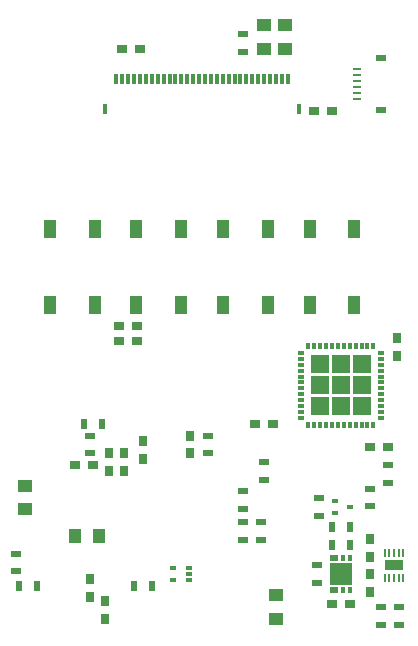
<source format=gtp>
%FSLAX46Y46*%
%MOMM*%
%AMPS40*
4,1,4,
0.975000,-0.975000,
2.525000,-0.975000,
2.525000,-2.525000,
0.975000,-2.525000,
0.975000,-0.975000,
0
*
4,1,4,
-2.525000,2.525000,
-0.975000,2.525000,
-0.975000,0.975000,
-2.525000,0.975000,
-2.525000,2.525000,
0
*
4,1,4,
-2.525000,-0.975000,
-0.975000,-0.975000,
-0.975000,-2.525000,
-2.525000,-2.525000,
-2.525000,-0.975000,
0
*
4,1,4,
-0.775000,2.525000,
0.775000,2.525000,
0.775000,0.975000,
-0.775000,0.975000,
-0.775000,2.525000,
0
*
21,1,1.550000,1.550000,0.000000,0.000000,270.000000*
4,1,4,
0.975000,2.525000,
2.525000,2.525000,
2.525000,0.975000,
0.975000,0.975000,
0.975000,2.525000,
0
*
4,1,4,
-0.775000,-0.975000,
0.775000,-0.975000,
0.775000,-2.525000,
-0.775000,-2.525000,
-0.775000,-0.975000,
0
*
4,1,4,
-2.525000,0.775000,
-0.975000,0.775000,
-0.975000,-0.775000,
-2.525000,-0.775000,
-2.525000,0.775000,
0
*
4,1,4,
0.975000,0.775000,
2.525000,0.775000,
2.525000,-0.775000,
0.975000,-0.775000,
0.975000,0.775000,
0
*
%
%ADD40PS40*%
%AMPS26*
21,1,0.300000,0.800000,0.000000,0.000000,0.000000*
%
%ADD26PS26*%
%AMPS14*
21,1,1.000000,1.600000,0.000000,0.000000,0.000000*
%
%ADD14PS14*%
%AMPS13*
21,1,1.000000,1.600000,0.000000,0.000000,180.000000*
%
%ADD13PS13*%
%AMPS24*
21,1,0.510000,0.400000,0.000000,0.000000,0.000000*
%
%ADD24PS24*%
%AMPS30*
21,1,0.900000,0.550000,0.000000,0.000000,180.000000*
%
%ADD30PS30*%
%AMPS16*
21,1,0.230000,0.700000,0.000000,0.000000,0.000000*
%
%ADD16PS16*%
%AMPS15*
21,1,0.230000,0.700000,0.000000,0.000000,180.000000*
%
%ADD15PS15*%
%AMPS11*
21,1,0.300000,0.450000,0.000000,0.000000,90.000000*
%
%ADD11PS11*%
%AMPS10*
21,1,0.300000,0.450000,0.000000,0.000000,270.000000*
%
%ADD10PS10*%
%AMPS17*
21,1,0.900000,1.500000,0.000000,0.000000,90.000000*
%
%ADD17PS17*%
%AMPS27*
21,1,0.400000,0.800000,0.000000,0.000000,0.000000*
%
%ADD27PS27*%
%AMPS32*
21,1,1.000000,1.250000,0.000000,0.000000,0.000000*
%
%ADD32PS32*%
%AMPS28*
21,1,1.000000,1.250000,0.000000,0.000000,90.000000*
%
%ADD28PS28*%
%AMPS29*
21,1,1.000000,1.250000,0.000000,0.000000,270.000000*
%
%ADD29PS29*%
%AMPS33*
21,1,0.500000,0.400000,0.000000,0.000000,90.000000*
%
%ADD33PS33*%
%AMPS34*
21,1,0.500000,0.750000,0.000000,0.000000,90.000000*
%
%ADD34PS34*%
%AMPS19*
21,1,0.800000,0.750000,0.000000,0.000000,0.000000*
%
%ADD19PS19*%
%AMPS18*
21,1,0.800000,0.750000,0.000000,0.000000,90.000000*
%
%ADD18PS18*%
%AMPS21*
21,1,0.800000,0.750000,0.000000,0.000000,180.000000*
%
%ADD21PS21*%
%AMPS25*
21,1,0.800000,0.750000,0.000000,0.000000,270.000000*
%
%ADD25PS25*%
%AMPS31*
21,1,0.250000,0.650000,0.000000,0.000000,270.000000*
%
%ADD31PS31*%
%AMPS37*
21,1,0.300000,0.550000,0.000000,0.000000,0.000000*
%
%ADD37PS37*%
%AMPS36*
21,1,0.300000,0.550000,0.000000,0.000000,90.000000*
%
%ADD36PS36*%
%AMPS39*
21,1,0.300000,0.550000,0.000000,0.000000,180.000000*
%
%ADD39PS39*%
%AMPS38*
21,1,0.300000,0.550000,0.000000,0.000000,270.000000*
%
%ADD38PS38*%
%AMPS35*
21,1,1.800000,1.800000,0.000000,0.000000,90.000000*
%
%ADD35PS35*%
%AMPS23*
21,1,0.500000,0.900000,0.000000,0.000000,0.000000*
%
%ADD23PS23*%
%AMPS20*
21,1,0.500000,0.900000,0.000000,0.000000,90.000000*
%
%ADD20PS20*%
%AMPS12*
21,1,0.500000,0.900000,0.000000,0.000000,180.000000*
%
%ADD12PS12*%
%AMPS22*
21,1,0.500000,0.900000,0.000000,0.000000,270.000000*
%
%ADD22PS22*%
G01*
G01*
%LPD*%
G75*
D10*
X-2425000Y3000000D03*
D11*
X-1075000Y3000000D03*
D11*
X-1075000Y3500000D03*
D11*
X-1075000Y4000000D03*
D10*
X-2425000Y4000000D03*
D12*
X12500000Y6000000D03*
D12*
X11000000Y6000000D03*
D13*
X-9100000Y32700000D03*
D14*
X-12900000Y26300000D03*
D14*
X-9100000Y26300000D03*
D13*
X-12900000Y32700000D03*
D15*
X17050000Y5300000D03*
D15*
X16250000Y5300000D03*
D16*
X16250000Y3200000D03*
D16*
X17050000Y3200000D03*
D16*
X15850000Y3200000D03*
D16*
X15450000Y3200000D03*
D15*
X15850000Y5300000D03*
D16*
X16650000Y3200000D03*
D15*
X16650000Y5300000D03*
D17*
X16250000Y4250000D03*
D15*
X15450000Y5300000D03*
D18*
X14250000Y3500000D03*
D18*
X14250000Y2000000D03*
D19*
X-9250000Y12750000D03*
D19*
X-10750000Y12750000D03*
D20*
X15750000Y11250000D03*
D20*
X15750000Y12750000D03*
D21*
X9500000Y42750000D03*
D21*
X11000000Y42750000D03*
D22*
X3474974Y10525026D03*
D22*
X3474974Y9025026D03*
D13*
X-1800000Y32700000D03*
D14*
X-5600000Y26300000D03*
D14*
X-1800000Y26300000D03*
D13*
X-5600000Y32700000D03*
D23*
X11000000Y7500000D03*
D23*
X12500000Y7500000D03*
D19*
X-5500000Y23250000D03*
D19*
X-7000000Y23250000D03*
D20*
X9900000Y8439998D03*
D20*
X9900000Y9939998D03*
D18*
X-5000000Y14750000D03*
D18*
X-5000000Y13250000D03*
D22*
X15150000Y750000D03*
D22*
X15150000Y-750000D03*
D20*
X3500000Y47750000D03*
D20*
X3500000Y49250000D03*
D24*
X11250000Y9689998D03*
D24*
X11250000Y8689998D03*
D24*
X12550000Y9189998D03*
D25*
X14250000Y5000000D03*
D25*
X14250000Y6500000D03*
D22*
X-15750000Y5250000D03*
D22*
X-15750000Y3750000D03*
D21*
X11000000Y1000000D03*
D21*
X12500000Y1000000D03*
D22*
X5250000Y13000000D03*
D22*
X5250000Y11500000D03*
D23*
X-15500000Y2500000D03*
D23*
X-14000000Y2500000D03*
D20*
X3474974Y6400026D03*
D20*
X3474974Y7900026D03*
D18*
X-1000000Y15250000D03*
D18*
X-1000000Y13750000D03*
D25*
X16500000Y22000000D03*
D25*
X16500000Y23500000D03*
D26*
X3250000Y45430000D03*
D26*
X1750000Y45430000D03*
D26*
X1250000Y45430000D03*
D26*
X-3250000Y45430000D03*
D26*
X7250000Y45430000D03*
D26*
X4750000Y45430000D03*
D26*
X-1250000Y45430000D03*
D26*
X5250000Y45430000D03*
D26*
X2250000Y45430000D03*
D26*
X-2750000Y45430000D03*
D26*
X4250000Y45430000D03*
D26*
X5750000Y45430000D03*
D26*
X750000Y45430000D03*
D26*
X-750000Y45430000D03*
D26*
X-4750000Y45430000D03*
D26*
X250000Y45430000D03*
D26*
X-250000Y45430000D03*
D26*
X-6750000Y45430000D03*
D27*
X-8250000Y42930000D03*
D26*
X6250000Y45430000D03*
D26*
X3750000Y45430000D03*
D26*
X-6250000Y45430000D03*
D26*
X-3750000Y45430000D03*
D26*
X-1750000Y45430000D03*
D26*
X-5750000Y45430000D03*
D26*
X-5250000Y45430000D03*
D27*
X8250000Y42930000D03*
D26*
X6750000Y45430000D03*
D26*
X-7250000Y45430000D03*
D26*
X2750000Y45430000D03*
D26*
X-4250000Y45430000D03*
D26*
X-2250000Y45430000D03*
D28*
X7000008Y48000056D03*
D28*
X7000008Y50000056D03*
D20*
X14250000Y9250000D03*
D20*
X14250000Y10750000D03*
D18*
X-6625000Y13741494D03*
D18*
X-6625000Y12241494D03*
D23*
X-10000000Y16250000D03*
D23*
X-8500000Y16250000D03*
D13*
X5600000Y32700000D03*
D14*
X1800000Y26300000D03*
D14*
X5600000Y26300000D03*
D13*
X1800000Y32700000D03*
D21*
X14250000Y14250000D03*
D21*
X15750000Y14250000D03*
D29*
X6249992Y1749944D03*
D29*
X6249992Y-250056D03*
D30*
X15175000Y47175000D03*
D31*
X13150000Y44750000D03*
D31*
X13150000Y45250000D03*
D31*
X13150000Y44250000D03*
D31*
X13150000Y43750000D03*
D31*
X13150000Y46250000D03*
D30*
X15175000Y42825000D03*
D31*
X13150000Y45750000D03*
D22*
X4974974Y7900026D03*
D22*
X4974974Y6400026D03*
D18*
X-7875000Y13741494D03*
D18*
X-7875000Y12241494D03*
D25*
X-8250000Y-250000D03*
D25*
X-8250000Y1250000D03*
D28*
X-14999992Y9000056D03*
D28*
X-14999992Y11000056D03*
D25*
X-9483746Y1593422D03*
D25*
X-9483746Y3093422D03*
D22*
X16650000Y750000D03*
D22*
X16650000Y-750000D03*
D22*
X9750000Y4250000D03*
D22*
X9750000Y2750000D03*
D28*
X5250008Y48000056D03*
D28*
X5250008Y50000056D03*
D13*
X12900000Y32700000D03*
D14*
X9100000Y26300000D03*
D14*
X12900000Y26300000D03*
D13*
X9100000Y32700000D03*
D19*
X-5500000Y24500000D03*
D19*
X-7000000Y24500000D03*
D32*
X-10749944Y6749992D03*
D32*
X-8749944Y6749992D03*
D23*
X-5750000Y2500000D03*
D23*
X-4250000Y2500000D03*
D20*
X-9500000Y13750000D03*
D20*
X-9500000Y15250000D03*
D20*
X500000Y13750000D03*
D20*
X500000Y15250000D03*
D33*
X11925000Y2150000D03*
D33*
X12525000Y4850000D03*
D33*
X12525000Y2150000D03*
D34*
X11150001Y2150000D03*
D33*
X11925000Y4850000D03*
D35*
X11750000Y3500000D03*
D34*
X11150001Y4850000D03*
D36*
X15125000Y19250000D03*
D37*
X12500000Y16125000D03*
D38*
X8375000Y19750000D03*
D39*
X13500000Y22875000D03*
D39*
X14000000Y22875000D03*
D36*
X15125000Y17750000D03*
D39*
X11000000Y22875000D03*
D38*
X8375000Y17750000D03*
D40*
X11750000Y19500000D03*
D38*
X8375000Y16750000D03*
D38*
X8375000Y20250000D03*
D36*
X15125000Y19750000D03*
D39*
X11500000Y22875000D03*
D39*
X12500000Y22875000D03*
D36*
X15125000Y18250000D03*
D37*
X14000000Y16125000D03*
D36*
X15125000Y21750000D03*
D39*
X10000000Y22875000D03*
D36*
X15125000Y20750000D03*
D38*
X8375000Y18250000D03*
D38*
X8375000Y18750000D03*
D36*
X15125000Y22250000D03*
D39*
X12000000Y22875000D03*
D38*
X8375000Y22250000D03*
D36*
X15125000Y20250000D03*
D36*
X15125000Y21250000D03*
D37*
X11500000Y16125000D03*
D36*
X15125000Y16750000D03*
D38*
X8375000Y21250000D03*
D37*
X11000000Y16125000D03*
D37*
X10500000Y16125000D03*
D37*
X13500000Y16125000D03*
D37*
X9000000Y16125000D03*
D39*
X13000000Y22875000D03*
D37*
X14500000Y16125000D03*
D39*
X9000000Y22875000D03*
D37*
X12000000Y16125000D03*
D37*
X10000000Y16125000D03*
D37*
X13000000Y16125000D03*
D36*
X15125000Y18750000D03*
D38*
X8375000Y19250000D03*
D38*
X8375000Y17250000D03*
D39*
X14500000Y22875000D03*
D37*
X9500000Y16125000D03*
D39*
X9500000Y22875000D03*
D38*
X8375000Y20750000D03*
D39*
X10500000Y22875000D03*
D38*
X8375000Y21750000D03*
D36*
X15125000Y17250000D03*
D19*
X6000000Y16250000D03*
D19*
X4500000Y16250000D03*
D21*
X-6750000Y48000000D03*
D21*
X-5250000Y48000000D03*
M02*

</source>
